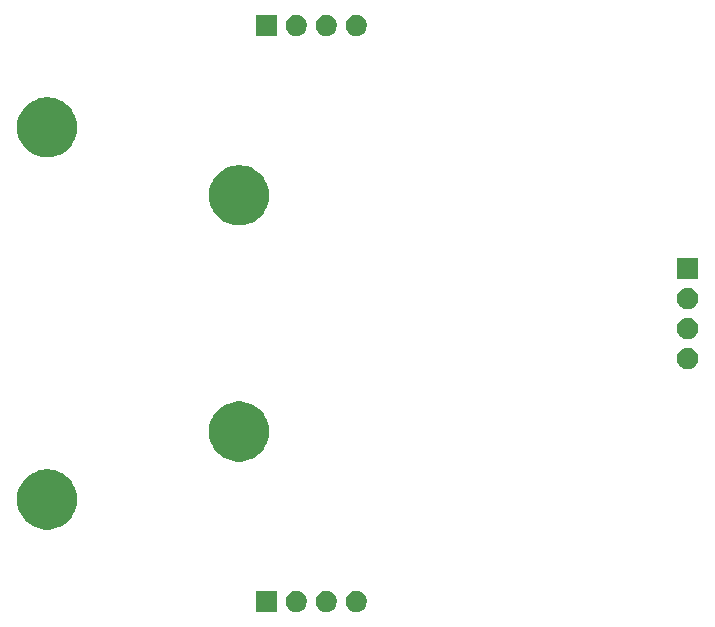
<source format=gbr>
G04 #@! TF.GenerationSoftware,KiCad,Pcbnew,9.0.2*
G04 #@! TF.CreationDate,2025-09-19T14:37:04-04:00*
G04 #@! TF.ProjectId,Trackball,54726163-6b62-4616-9c6c-2e6b69636164,rev?*
G04 #@! TF.SameCoordinates,Original*
G04 #@! TF.FileFunction,Soldermask,Top*
G04 #@! TF.FilePolarity,Negative*
%FSLAX46Y46*%
G04 Gerber Fmt 4.6, Leading zero omitted, Abs format (unit mm)*
G04 Created by KiCad (PCBNEW 9.0.2) date 2025-09-19 14:37:04*
%MOMM*%
%LPD*%
G01*
G04 APERTURE LIST*
G04 APERTURE END LIST*
G36*
X53077517Y-125086882D02*
G01*
X53094062Y-125097938D01*
X53105118Y-125114483D01*
X53109000Y-125134000D01*
X53109000Y-126834000D01*
X53105118Y-126853517D01*
X53094062Y-126870062D01*
X53077517Y-126881118D01*
X53058000Y-126885000D01*
X51358000Y-126885000D01*
X51338483Y-126881118D01*
X51321938Y-126870062D01*
X51310882Y-126853517D01*
X51307000Y-126834000D01*
X51307000Y-125134000D01*
X51310882Y-125114483D01*
X51321938Y-125097938D01*
X51338483Y-125086882D01*
X51358000Y-125083000D01*
X53058000Y-125083000D01*
X53077517Y-125086882D01*
G37*
G36*
X55009546Y-125121797D02*
G01*
X55172728Y-125189389D01*
X55319588Y-125287518D01*
X55444482Y-125412412D01*
X55542611Y-125559272D01*
X55610203Y-125722454D01*
X55644661Y-125895687D01*
X55644661Y-126072313D01*
X55610203Y-126245546D01*
X55542611Y-126408728D01*
X55444482Y-126555588D01*
X55319588Y-126680482D01*
X55172728Y-126778611D01*
X55009546Y-126846203D01*
X54836313Y-126880661D01*
X54659687Y-126880661D01*
X54486454Y-126846203D01*
X54323272Y-126778611D01*
X54176412Y-126680482D01*
X54051518Y-126555588D01*
X53953389Y-126408728D01*
X53885797Y-126245546D01*
X53851339Y-126072313D01*
X53851339Y-125895687D01*
X53885797Y-125722454D01*
X53953389Y-125559272D01*
X54051518Y-125412412D01*
X54176412Y-125287518D01*
X54323272Y-125189389D01*
X54486454Y-125121797D01*
X54659687Y-125087339D01*
X54836313Y-125087339D01*
X55009546Y-125121797D01*
G37*
G36*
X57549546Y-125121797D02*
G01*
X57712728Y-125189389D01*
X57859588Y-125287518D01*
X57984482Y-125412412D01*
X58082611Y-125559272D01*
X58150203Y-125722454D01*
X58184661Y-125895687D01*
X58184661Y-126072313D01*
X58150203Y-126245546D01*
X58082611Y-126408728D01*
X57984482Y-126555588D01*
X57859588Y-126680482D01*
X57712728Y-126778611D01*
X57549546Y-126846203D01*
X57376313Y-126880661D01*
X57199687Y-126880661D01*
X57026454Y-126846203D01*
X56863272Y-126778611D01*
X56716412Y-126680482D01*
X56591518Y-126555588D01*
X56493389Y-126408728D01*
X56425797Y-126245546D01*
X56391339Y-126072313D01*
X56391339Y-125895687D01*
X56425797Y-125722454D01*
X56493389Y-125559272D01*
X56591518Y-125412412D01*
X56716412Y-125287518D01*
X56863272Y-125189389D01*
X57026454Y-125121797D01*
X57199687Y-125087339D01*
X57376313Y-125087339D01*
X57549546Y-125121797D01*
G37*
G36*
X60089546Y-125121797D02*
G01*
X60252728Y-125189389D01*
X60399588Y-125287518D01*
X60524482Y-125412412D01*
X60622611Y-125559272D01*
X60690203Y-125722454D01*
X60724661Y-125895687D01*
X60724661Y-126072313D01*
X60690203Y-126245546D01*
X60622611Y-126408728D01*
X60524482Y-126555588D01*
X60399588Y-126680482D01*
X60252728Y-126778611D01*
X60089546Y-126846203D01*
X59916313Y-126880661D01*
X59739687Y-126880661D01*
X59566454Y-126846203D01*
X59403272Y-126778611D01*
X59256412Y-126680482D01*
X59131518Y-126555588D01*
X59033389Y-126408728D01*
X58965797Y-126245546D01*
X58931339Y-126072313D01*
X58931339Y-125895687D01*
X58965797Y-125722454D01*
X59033389Y-125559272D01*
X59131518Y-125412412D01*
X59256412Y-125287518D01*
X59403272Y-125189389D01*
X59566454Y-125121797D01*
X59739687Y-125087339D01*
X59916313Y-125087339D01*
X60089546Y-125121797D01*
G37*
G36*
X34077308Y-114835043D02*
G01*
X34356207Y-114898700D01*
X34626225Y-114993183D01*
X34883967Y-115117305D01*
X35126190Y-115269504D01*
X35349850Y-115447867D01*
X35552133Y-115650150D01*
X35730496Y-115873810D01*
X35882695Y-116116033D01*
X36006817Y-116373775D01*
X36101300Y-116643793D01*
X36164957Y-116922692D01*
X36196987Y-117206964D01*
X36196987Y-117493036D01*
X36164957Y-117777308D01*
X36101300Y-118056207D01*
X36006817Y-118326225D01*
X35882695Y-118583967D01*
X35730496Y-118826190D01*
X35552133Y-119049850D01*
X35349850Y-119252133D01*
X35126190Y-119430496D01*
X34883967Y-119582695D01*
X34626225Y-119706817D01*
X34356207Y-119801300D01*
X34077308Y-119864957D01*
X33793036Y-119896987D01*
X33506964Y-119896987D01*
X33222692Y-119864957D01*
X32943793Y-119801300D01*
X32673775Y-119706817D01*
X32416033Y-119582695D01*
X32173810Y-119430496D01*
X31950150Y-119252133D01*
X31747867Y-119049850D01*
X31569504Y-118826190D01*
X31417305Y-118583967D01*
X31293183Y-118326225D01*
X31198700Y-118056207D01*
X31135043Y-117777308D01*
X31103013Y-117493036D01*
X31103013Y-117206964D01*
X31135043Y-116922692D01*
X31198700Y-116643793D01*
X31293183Y-116373775D01*
X31417305Y-116116033D01*
X31569504Y-115873810D01*
X31747867Y-115650150D01*
X31950150Y-115447867D01*
X32173810Y-115269504D01*
X32416033Y-115117305D01*
X32673775Y-114993183D01*
X32943793Y-114898700D01*
X33222692Y-114835043D01*
X33506964Y-114803013D01*
X33793036Y-114803013D01*
X34077308Y-114835043D01*
G37*
G36*
X50327308Y-109085043D02*
G01*
X50606207Y-109148700D01*
X50876225Y-109243183D01*
X51133967Y-109367305D01*
X51376190Y-109519504D01*
X51599850Y-109697867D01*
X51802133Y-109900150D01*
X51980496Y-110123810D01*
X52132695Y-110366033D01*
X52256817Y-110623775D01*
X52351300Y-110893793D01*
X52414957Y-111172692D01*
X52446987Y-111456964D01*
X52446987Y-111743036D01*
X52414957Y-112027308D01*
X52351300Y-112306207D01*
X52256817Y-112576225D01*
X52132695Y-112833967D01*
X51980496Y-113076190D01*
X51802133Y-113299850D01*
X51599850Y-113502133D01*
X51376190Y-113680496D01*
X51133967Y-113832695D01*
X50876225Y-113956817D01*
X50606207Y-114051300D01*
X50327308Y-114114957D01*
X50043036Y-114146987D01*
X49756964Y-114146987D01*
X49472692Y-114114957D01*
X49193793Y-114051300D01*
X48923775Y-113956817D01*
X48666033Y-113832695D01*
X48423810Y-113680496D01*
X48200150Y-113502133D01*
X47997867Y-113299850D01*
X47819504Y-113076190D01*
X47667305Y-112833967D01*
X47543183Y-112576225D01*
X47448700Y-112306207D01*
X47385043Y-112027308D01*
X47353013Y-111743036D01*
X47353013Y-111456964D01*
X47385043Y-111172692D01*
X47448700Y-110893793D01*
X47543183Y-110623775D01*
X47667305Y-110366033D01*
X47819504Y-110123810D01*
X47997867Y-109900150D01*
X48200150Y-109697867D01*
X48423810Y-109519504D01*
X48666033Y-109367305D01*
X48923775Y-109243183D01*
X49193793Y-109148700D01*
X49472692Y-109085043D01*
X49756964Y-109053013D01*
X50043036Y-109053013D01*
X50327308Y-109085043D01*
G37*
G36*
X88137546Y-104547797D02*
G01*
X88300728Y-104615389D01*
X88447588Y-104713518D01*
X88572482Y-104838412D01*
X88670611Y-104985272D01*
X88738203Y-105148454D01*
X88772661Y-105321687D01*
X88772661Y-105498313D01*
X88738203Y-105671546D01*
X88670611Y-105834728D01*
X88572482Y-105981588D01*
X88447588Y-106106482D01*
X88300728Y-106204611D01*
X88137546Y-106272203D01*
X87964313Y-106306661D01*
X87787687Y-106306661D01*
X87614454Y-106272203D01*
X87451272Y-106204611D01*
X87304412Y-106106482D01*
X87179518Y-105981588D01*
X87081389Y-105834728D01*
X87013797Y-105671546D01*
X86979339Y-105498313D01*
X86979339Y-105321687D01*
X87013797Y-105148454D01*
X87081389Y-104985272D01*
X87179518Y-104838412D01*
X87304412Y-104713518D01*
X87451272Y-104615389D01*
X87614454Y-104547797D01*
X87787687Y-104513339D01*
X87964313Y-104513339D01*
X88137546Y-104547797D01*
G37*
G36*
X88137546Y-102007797D02*
G01*
X88300728Y-102075389D01*
X88447588Y-102173518D01*
X88572482Y-102298412D01*
X88670611Y-102445272D01*
X88738203Y-102608454D01*
X88772661Y-102781687D01*
X88772661Y-102958313D01*
X88738203Y-103131546D01*
X88670611Y-103294728D01*
X88572482Y-103441588D01*
X88447588Y-103566482D01*
X88300728Y-103664611D01*
X88137546Y-103732203D01*
X87964313Y-103766661D01*
X87787687Y-103766661D01*
X87614454Y-103732203D01*
X87451272Y-103664611D01*
X87304412Y-103566482D01*
X87179518Y-103441588D01*
X87081389Y-103294728D01*
X87013797Y-103131546D01*
X86979339Y-102958313D01*
X86979339Y-102781687D01*
X87013797Y-102608454D01*
X87081389Y-102445272D01*
X87179518Y-102298412D01*
X87304412Y-102173518D01*
X87451272Y-102075389D01*
X87614454Y-102007797D01*
X87787687Y-101973339D01*
X87964313Y-101973339D01*
X88137546Y-102007797D01*
G37*
G36*
X88137546Y-99467797D02*
G01*
X88300728Y-99535389D01*
X88447588Y-99633518D01*
X88572482Y-99758412D01*
X88670611Y-99905272D01*
X88738203Y-100068454D01*
X88772661Y-100241687D01*
X88772661Y-100418313D01*
X88738203Y-100591546D01*
X88670611Y-100754728D01*
X88572482Y-100901588D01*
X88447588Y-101026482D01*
X88300728Y-101124611D01*
X88137546Y-101192203D01*
X87964313Y-101226661D01*
X87787687Y-101226661D01*
X87614454Y-101192203D01*
X87451272Y-101124611D01*
X87304412Y-101026482D01*
X87179518Y-100901588D01*
X87081389Y-100754728D01*
X87013797Y-100591546D01*
X86979339Y-100418313D01*
X86979339Y-100241687D01*
X87013797Y-100068454D01*
X87081389Y-99905272D01*
X87179518Y-99758412D01*
X87304412Y-99633518D01*
X87451272Y-99535389D01*
X87614454Y-99467797D01*
X87787687Y-99433339D01*
X87964313Y-99433339D01*
X88137546Y-99467797D01*
G37*
G36*
X88745517Y-96892882D02*
G01*
X88762062Y-96903938D01*
X88773118Y-96920483D01*
X88777000Y-96940000D01*
X88777000Y-98640000D01*
X88773118Y-98659517D01*
X88762062Y-98676062D01*
X88745517Y-98687118D01*
X88726000Y-98691000D01*
X87026000Y-98691000D01*
X87006483Y-98687118D01*
X86989938Y-98676062D01*
X86978882Y-98659517D01*
X86975000Y-98640000D01*
X86975000Y-96940000D01*
X86978882Y-96920483D01*
X86989938Y-96903938D01*
X87006483Y-96892882D01*
X87026000Y-96889000D01*
X88726000Y-96889000D01*
X88745517Y-96892882D01*
G37*
G36*
X50327308Y-89085043D02*
G01*
X50606207Y-89148700D01*
X50876225Y-89243183D01*
X51133967Y-89367305D01*
X51376190Y-89519504D01*
X51599850Y-89697867D01*
X51802133Y-89900150D01*
X51980496Y-90123810D01*
X52132695Y-90366033D01*
X52256817Y-90623775D01*
X52351300Y-90893793D01*
X52414957Y-91172692D01*
X52446987Y-91456964D01*
X52446987Y-91743036D01*
X52414957Y-92027308D01*
X52351300Y-92306207D01*
X52256817Y-92576225D01*
X52132695Y-92833967D01*
X51980496Y-93076190D01*
X51802133Y-93299850D01*
X51599850Y-93502133D01*
X51376190Y-93680496D01*
X51133967Y-93832695D01*
X50876225Y-93956817D01*
X50606207Y-94051300D01*
X50327308Y-94114957D01*
X50043036Y-94146987D01*
X49756964Y-94146987D01*
X49472692Y-94114957D01*
X49193793Y-94051300D01*
X48923775Y-93956817D01*
X48666033Y-93832695D01*
X48423810Y-93680496D01*
X48200150Y-93502133D01*
X47997867Y-93299850D01*
X47819504Y-93076190D01*
X47667305Y-92833967D01*
X47543183Y-92576225D01*
X47448700Y-92306207D01*
X47385043Y-92027308D01*
X47353013Y-91743036D01*
X47353013Y-91456964D01*
X47385043Y-91172692D01*
X47448700Y-90893793D01*
X47543183Y-90623775D01*
X47667305Y-90366033D01*
X47819504Y-90123810D01*
X47997867Y-89900150D01*
X48200150Y-89697867D01*
X48423810Y-89519504D01*
X48666033Y-89367305D01*
X48923775Y-89243183D01*
X49193793Y-89148700D01*
X49472692Y-89085043D01*
X49756964Y-89053013D01*
X50043036Y-89053013D01*
X50327308Y-89085043D01*
G37*
G36*
X34077308Y-83335043D02*
G01*
X34356207Y-83398700D01*
X34626225Y-83493183D01*
X34883967Y-83617305D01*
X35126190Y-83769504D01*
X35349850Y-83947867D01*
X35552133Y-84150150D01*
X35730496Y-84373810D01*
X35882695Y-84616033D01*
X36006817Y-84873775D01*
X36101300Y-85143793D01*
X36164957Y-85422692D01*
X36196987Y-85706964D01*
X36196987Y-85993036D01*
X36164957Y-86277308D01*
X36101300Y-86556207D01*
X36006817Y-86826225D01*
X35882695Y-87083967D01*
X35730496Y-87326190D01*
X35552133Y-87549850D01*
X35349850Y-87752133D01*
X35126190Y-87930496D01*
X34883967Y-88082695D01*
X34626225Y-88206817D01*
X34356207Y-88301300D01*
X34077308Y-88364957D01*
X33793036Y-88396987D01*
X33506964Y-88396987D01*
X33222692Y-88364957D01*
X32943793Y-88301300D01*
X32673775Y-88206817D01*
X32416033Y-88082695D01*
X32173810Y-87930496D01*
X31950150Y-87752133D01*
X31747867Y-87549850D01*
X31569504Y-87326190D01*
X31417305Y-87083967D01*
X31293183Y-86826225D01*
X31198700Y-86556207D01*
X31135043Y-86277308D01*
X31103013Y-85993036D01*
X31103013Y-85706964D01*
X31135043Y-85422692D01*
X31198700Y-85143793D01*
X31293183Y-84873775D01*
X31417305Y-84616033D01*
X31569504Y-84373810D01*
X31747867Y-84150150D01*
X31950150Y-83947867D01*
X32173810Y-83769504D01*
X32416033Y-83617305D01*
X32673775Y-83493183D01*
X32943793Y-83398700D01*
X33222692Y-83335043D01*
X33506964Y-83303013D01*
X33793036Y-83303013D01*
X34077308Y-83335043D01*
G37*
G36*
X53077517Y-76318882D02*
G01*
X53094062Y-76329938D01*
X53105118Y-76346483D01*
X53109000Y-76366000D01*
X53109000Y-78066000D01*
X53105118Y-78085517D01*
X53094062Y-78102062D01*
X53077517Y-78113118D01*
X53058000Y-78117000D01*
X51358000Y-78117000D01*
X51338483Y-78113118D01*
X51321938Y-78102062D01*
X51310882Y-78085517D01*
X51307000Y-78066000D01*
X51307000Y-76366000D01*
X51310882Y-76346483D01*
X51321938Y-76329938D01*
X51338483Y-76318882D01*
X51358000Y-76315000D01*
X53058000Y-76315000D01*
X53077517Y-76318882D01*
G37*
G36*
X55009546Y-76353797D02*
G01*
X55172728Y-76421389D01*
X55319588Y-76519518D01*
X55444482Y-76644412D01*
X55542611Y-76791272D01*
X55610203Y-76954454D01*
X55644661Y-77127687D01*
X55644661Y-77304313D01*
X55610203Y-77477546D01*
X55542611Y-77640728D01*
X55444482Y-77787588D01*
X55319588Y-77912482D01*
X55172728Y-78010611D01*
X55009546Y-78078203D01*
X54836313Y-78112661D01*
X54659687Y-78112661D01*
X54486454Y-78078203D01*
X54323272Y-78010611D01*
X54176412Y-77912482D01*
X54051518Y-77787588D01*
X53953389Y-77640728D01*
X53885797Y-77477546D01*
X53851339Y-77304313D01*
X53851339Y-77127687D01*
X53885797Y-76954454D01*
X53953389Y-76791272D01*
X54051518Y-76644412D01*
X54176412Y-76519518D01*
X54323272Y-76421389D01*
X54486454Y-76353797D01*
X54659687Y-76319339D01*
X54836313Y-76319339D01*
X55009546Y-76353797D01*
G37*
G36*
X57549546Y-76353797D02*
G01*
X57712728Y-76421389D01*
X57859588Y-76519518D01*
X57984482Y-76644412D01*
X58082611Y-76791272D01*
X58150203Y-76954454D01*
X58184661Y-77127687D01*
X58184661Y-77304313D01*
X58150203Y-77477546D01*
X58082611Y-77640728D01*
X57984482Y-77787588D01*
X57859588Y-77912482D01*
X57712728Y-78010611D01*
X57549546Y-78078203D01*
X57376313Y-78112661D01*
X57199687Y-78112661D01*
X57026454Y-78078203D01*
X56863272Y-78010611D01*
X56716412Y-77912482D01*
X56591518Y-77787588D01*
X56493389Y-77640728D01*
X56425797Y-77477546D01*
X56391339Y-77304313D01*
X56391339Y-77127687D01*
X56425797Y-76954454D01*
X56493389Y-76791272D01*
X56591518Y-76644412D01*
X56716412Y-76519518D01*
X56863272Y-76421389D01*
X57026454Y-76353797D01*
X57199687Y-76319339D01*
X57376313Y-76319339D01*
X57549546Y-76353797D01*
G37*
G36*
X60089546Y-76353797D02*
G01*
X60252728Y-76421389D01*
X60399588Y-76519518D01*
X60524482Y-76644412D01*
X60622611Y-76791272D01*
X60690203Y-76954454D01*
X60724661Y-77127687D01*
X60724661Y-77304313D01*
X60690203Y-77477546D01*
X60622611Y-77640728D01*
X60524482Y-77787588D01*
X60399588Y-77912482D01*
X60252728Y-78010611D01*
X60089546Y-78078203D01*
X59916313Y-78112661D01*
X59739687Y-78112661D01*
X59566454Y-78078203D01*
X59403272Y-78010611D01*
X59256412Y-77912482D01*
X59131518Y-77787588D01*
X59033389Y-77640728D01*
X58965797Y-77477546D01*
X58931339Y-77304313D01*
X58931339Y-77127687D01*
X58965797Y-76954454D01*
X59033389Y-76791272D01*
X59131518Y-76644412D01*
X59256412Y-76519518D01*
X59403272Y-76421389D01*
X59566454Y-76353797D01*
X59739687Y-76319339D01*
X59916313Y-76319339D01*
X60089546Y-76353797D01*
G37*
M02*

</source>
